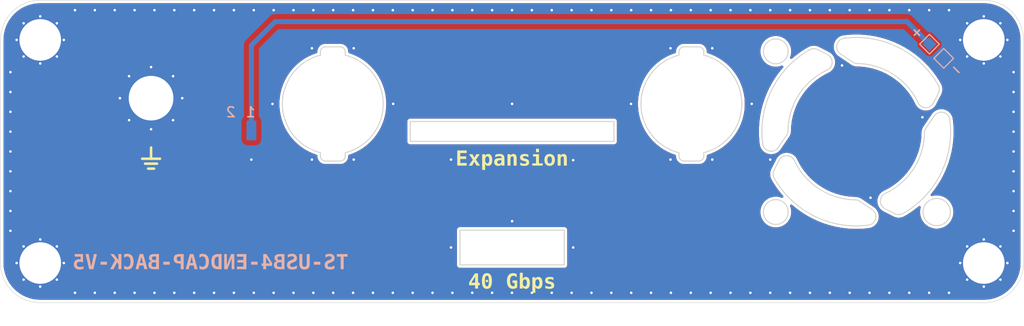
<source format=kicad_pcb>
(kicad_pcb (version 20241229) (generator "pcbnew") (generator_version "9.0")
  (layers (0 "F.Cu" signal) (2 "B.Cu" signal) (5 "F.SilkS" user "F.Silkscreen") (7 "B.SilkS" user "B.Silkscreen") (1 "F.Mask" user) (3 "B.Mask" user) (25 "Edge.Cuts" user))
  (net 0 "")
  (net 1 "GND")
  (net 2 "/VUSB")
  (footprint "ThunderScope:Mounting_Hole_#6" (layer "F.Cu") (at 104 116)
    (property "Reference" "H1" (hide yes))
    (property "Value" "MountingHole_Pad")
    (pad "1" thru_hole circle (at 0 0) (size 5.25 5.25) (drill 4.191) (layers "*.Cu" "*.Mask") (net 1 "GND"))
  )
  (footprint "ThunderScope:7792_PCB_Pads" (layer "F.Cu") (at 115.16 99.375)
    (property "Reference" "H5" (hide yes))
    (property "Value" "MountingHole_Pad")
    (pad "1" thru_hole circle (at 0 0) (size 8 8) (drill 4.5) (layers "*.Cu" "*.Mask") (net 1 "GND") (padstack (mode custom) (layer "B.Cu" (shape rect) (size 8 8))))
  )
  (footprint "ThunderScope:Mounting_Hole_#6" (layer "F.Cu") (at 104 93.5)
    (property "Reference" "H4" (hide yes))
    (property "Value" "MountingHole_Pad")
    (pad "1" thru_hole circle (at 0 0) (size 5.25 5.25) (drill 4.191) (layers "*.Cu" "*.Mask") (net 1 "GND"))
  )
  (footprint "ThunderScope:Mounting_Hole_#6" (layer "F.Cu") (at 199 93.5)
    (property "Reference" "H3" (hide yes))
    (property "Value" "MountingHole_Pad")
    (pad "1" thru_hole circle (at 0 0) (size 5.25 5.25) (drill 4.191) (layers "*.Cu" "*.Mask") (net 1 "GND"))
  )
  (footprint "ThunderScope:Mounting_Hole_#6" (layer "F.Cu") (at 199 116)
    (property "Reference" "H2" (hide yes))
    (property "Value" "MountingHole_Pad")
    (pad "1" thru_hole circle (at 0 0) (size 5.25 5.25) (drill 4.191) (layers "*.Cu" "*.Mask") (net 1 "GND"))
  )
  (footprint "ThunderScope:LaughingMan" (layer "B.Cu") (at 190.558482 95.836494 -167.5)
    (property "Reference" "REF**" (hide yes))
    (property "Value" "LaughingMan" (hide yes))
  )
  (footprint "ThunderScope:TestPoint_Pad_1.0x1.0mm" (layer "B.Cu") (at 194.967107 95.359643 -135)
    (property "Reference" "TP3" (hide yes))
    (property "Value" "TestPoint" (hide yes))
    (fp_line (start 0.7 0.7) (end 0.7 -0.7) (stroke (width 0.12)) (layer "B.SilkS"))
    (fp_line (start -0.7 0.7) (end 0.7 0.7) (stroke (width 0.12)) (layer "B.SilkS"))
    (fp_line (start 0.7 -0.7) (end -0.7 -0.7) (stroke (width 0.12)) (layer "B.SilkS"))
    (fp_line (start -0.7 -0.7) (end -0.7 0.7) (stroke (width 0.12)) (layer "B.SilkS"))
    (pad "1" smd rect (at 0 0 225) (size 1 1) (layers "B.Cu" "B.Mask") (net 1 "GND"))
  )
  (footprint "ThunderScope:009155002852006_PCB_Pads" (layer "B.Cu") (at 124.26 102.625 180)
    (property "Reference" "TP1" (hide yes))
    (property "Value" "009155002852006_PCB_Pads")
    (fp_text user "1" (at -1.5 1.25 0) (layer "B.SilkS") (effects (justify left bottom mirror)))
    (fp_text user "2" (at 0.5 1.25 0) (layer "B.SilkS") (effects (justify left bottom mirror)))
    (pad "1" smd roundrect (at -1 0 180) (size 1 2) (layers "B.Cu" "B.Mask") (roundrect_rratio 0.15) (net 2 "/VUSB"))
    (pad "2" smd roundrect (at 1 0 180) (size 1 2) (layers "B.Cu" "B.Mask") (roundrect_rratio 0.15) (net 1 "GND"))
  )
  (footprint "ThunderScope:TestPoint_Pad_1.0x1.0mm" (layer "B.Cu") (at 193.532107 93.929643 -135)
    (property "Reference" "TP2" (hide yes))
    (property "Value" "TestPoint" (hide yes))
    (fp_line (start 0.7 0.7) (end 0.7 -0.7) (stroke (width 0.12)) (layer "B.SilkS"))
    (fp_line (start -0.7 0.7) (end 0.7 0.7) (stroke (width 0.12)) (layer "B.SilkS"))
    (fp_line (start 0.7 -0.7) (end -0.7 -0.7) (stroke (width 0.12)) (layer "B.SilkS"))
    (fp_line (start -0.7 -0.7) (end -0.7 0.7) (stroke (width 0.12)) (layer "B.SilkS"))
    (pad "1" smd rect (at 0 0 225) (size 1 1) (layers "B.Cu" "B.Mask") (net 2 "/VUSB"))
  )
  (gr_line (start 114.56 105.98) (end 115.76 105.98) (stroke (width 0.254)) (layer "F.SilkS"))
  (gr_line (start 114.86 106.48) (end 115.46 106.48) (stroke (width 0.254)) (layer "F.SilkS"))
  (gr_line (start 115.16 105.48) (end 115.16 104.355) (stroke (width 0.254)) (layer "F.SilkS"))
  (gr_line (start 114.26 105.48) (end 116.06 105.48) (stroke (width 0.254)) (layer "F.SilkS"))
  (gr_line (start 184.568596 94.904105) (end 185.786776 95.731585) (stroke (width 0.1)) (layer "Edge.Cuts"))
  (gr_line (start 134.21 94.195) (end 132.71 94.195) (stroke (width 0.1)) (layer "Edge.Cuts"))
  (gr_arc (start 168.81 105.715) (mid 168.456447 105.568553) (end 168.31 105.215) (stroke (width 0.1)) (layer "Edge.Cuts"))
  (gr_arc (start 176.738243 103.971757) (mid 177.657405 98.517561) (end 181.458793 94.49978) (stroke (width 0.1)) (layer "Edge.Cuts"))
  (gr_arc (start 186.060469 109.629279) (mid 186.307777 109.669196) (end 186.533224 109.778415) (stroke (width 0.1)) (layer "Edge.Cuts"))
  (gr_line (start 203 116) (end 203 93.5) (stroke (width 0.05)) (layer "Edge.Cuts"))
  (gr_arc (start 179.285721 102.655469) (mid 180.383063 99.027719) (end 183.236103 96.532745) (stroke (width 0.1)) (layer "Edge.Cuts"))
  (gr_line (start 146.26 112.68) (end 156.76 112.68) (stroke (width 0.1)) (layer "Edge.Cuts"))
  (gr_arc (start 132.21 94.695) (mid 132.356447 94.341447) (end 132.71 94.195) (stroke (width 0.1)) (layer "Edge.Cuts"))
  (gr_arc (start 183.261026 94.981738) (mid 183.732153 95.764992) (end 183.236103 96.532745) (stroke (width 0.1)) (layer "Edge.Cuts"))
  (gr_line (start 156.76 116.18) (end 146.26 116.18) (stroke (width 0.1)) (layer "Edge.Cuts"))
  (gr_arc (start 168.31 94.695) (mid 168.456447 94.341447) (end 168.81 94.195) (stroke (width 0.1)) (layer "Edge.Cuts"))
  (gr_arc (start 194.010895 101.163596) (mid 194.92564 100.808764) (end 195.581757 101.538243) (stroke (width 0.1)) (layer "Edge.Cuts"))
  (gr_arc (start 177.90478 107.456207) (mid 177.791826 107.048821) (end 177.885821 106.636637) (stroke (width 0.1)) (layer "Edge.Cuts"))
  (gr_line (start 141.26 103.73) (end 161.76 103.73) (stroke (width 0.1)) (layer "Edge.Cuts"))
  (gr_arc (start 184.943243 93.333243) (mid 190.397439 94.252405) (end 194.41522 98.053793) (stroke (width 0.1)) (layer "Edge.Cuts"))
  (gr_line (start 132.71 105.715) (end 134.21 105.715) (stroke (width 0.1)) (layer "Edge.Cuts"))
  (gr_arc (start 194.41522 98.053793) (mid 194.528195 98.46119) (end 194.434179 98.873363) (stroke (width 0.1)) (layer "Edge.Cuts"))
  (gr_arc (start 134.71 105.215) (mid 134.563553 105.568553) (end 134.21 105.715) (stroke (width 0.1)) (layer "Edge.Cuts"))
  (gr_line (start 141.26 101.729999) (end 161.76 101.729999) (stroke (width 0.1)) (layer "Edge.Cuts"))
  (gr_arc (start 193.034279 102.854531) (mid 191.936937 106.482281) (end 189.083897 108.977255) (stroke (width 0.1)) (layer "Edge.Cuts"))
  (gr_arc (start 132.71 105.715) (mid 132.356447 105.568553) (end 132.21 105.215) (stroke (width 0.1)) (layer "Edge.Cuts"))
  (gr_line (start 194.010895 101.163596) (end 193.183415 102.381776) (stroke (width 0.1)) (layer "Edge.Cuts"))
  (gr_arc (start 186.060469 109.629279) (mid 182.432719 108.531937) (end 179.937745 105.678897) (stroke (width 0.1)) (layer "Edge.Cuts"))
  (gr_arc (start 193.933262 99.856026) (mid 193.150008 100.327098) (end 192.382255 99.831103) (stroke (width 0.1)) (layer "Edge.Cuts"))
  (gr_arc (start 186.259531 95.880721) (mid 186.012223 95.840804) (end 185.786776 95.731585) (stroke (width 0.1)) (layer "Edge.Cuts"))
  (gr_line (start 168.31 94.695) (end 168.31 95.036349) (stroke (width 0.1)) (layer "Edge.Cuts"))
  (gr_arc (start 193.034279 102.854531) (mid 193.074196 102.607223) (end 193.183415 102.381776) (stroke (width 0.1)) (layer "Edge.Cuts"))
  (gr_line (start 170.31 94.195) (end 168.81 94.195) (stroke (width 0.1)) (layer "Edge.Cuts"))
  (gr_line (start 156.76 112.68) (end 156.76 116.18) (stroke (width 0.1)) (layer "Edge.Cuts"))
  (gr_circle (center 178.06 110.855) (end 179.31 110.855) (stroke (width 0.1)) (fill no) (layer "Edge.Cuts"))
  (gr_line (start 199 89.5) (end 104 89.5) (stroke (width 0.05)) (layer "Edge.Cuts"))
  (gr_circle (center 194.26 110.855) (end 195.635 110.855) (stroke (width 0.1)) (fill no) (layer "Edge.Cuts"))
  (gr_arc (start 179.285721 102.655469) (mid 179.245804 102.902777) (end 179.136585 103.128224) (stroke (width 0.1)) (layer "Edge.Cuts"))
  (gr_line (start 168.81 105.715) (end 170.31 105.715) (stroke (width 0.1)) (layer "Edge.Cuts"))
  (gr_line (start 100 93.5) (end 100 116) (stroke (width 0.05)) (layer "Edge.Cuts"))
  (gr_arc (start 181.458793 94.49978) (mid 181.86619 94.386805) (end 182.278363 94.480821) (stroke (width 0.1)) (layer "Edge.Cuts"))
  (gr_line (start 134.71 105.215) (end 134.71 104.873651) (stroke (width 0.1)) (layer "Edge.Cuts"))
  (gr_arc (start 190.861207 111.01022) (mid 190.45381 111.123195) (end 190.041637 111.029179) (stroke (width 0.1)) (layer "Edge.Cuts"))
  (gr_arc (start 170.81 105.215) (mid 170.663553 105.568553) (end 170.31 105.715) (stroke (width 0.1)) (layer "Edge.Cuts"))
  (gr_arc (start 132.21 104.873651) (mid 128.385 99.955) (end 132.21 95.036349) (stroke (width 0.1)) (layer "Edge.Cuts"))
  (gr_line (start 132.21 94.695) (end 132.21 95.036349) (stroke (width 0.1)) (layer "Edge.Cuts"))
  (gr_arc (start 189.058974 110.528262) (mid 188.587847 109.745008) (end 189.083897 108.977255) (stroke (width 0.1)) (layer "Edge.Cuts"))
  (gr_line (start 193.933262 99.856026) (end 194.434179 98.873363) (stroke (width 0.1)) (layer "Edge.Cuts"))
  (gr_line (start 170.81 105.215) (end 170.81 104.873651) (stroke (width 0.1)) (layer "Edge.Cuts"))
  (gr_line (start 104 120) (end 199 120) (stroke (width 0.05)) (layer "Edge.Cuts"))
  (gr_arc (start 187.376757 112.176757) (mid 181.922561 111.257595) (end 177.90478 107.456207) (stroke (width 0.1)) (layer "Edge.Cuts"))
  (gr_line (start 189.058974 110.528262) (end 190.041637 111.029179) (stroke (width 0.1)) (layer "Edge.Cuts"))
  (gr_arc (start 168.31 104.873651) (mid 164.485 99.955) (end 168.31 95.036349) (stroke (width 0.1)) (layer "Edge.Cuts"))
  (gr_circle (center 178.06 94.655) (end 179.31 94.655) (stroke (width 0.1)) (fill no) (layer "Edge.Cuts"))
  (gr_line (start 187.751404 110.605895) (end 186.533224 109.778415) (stroke (width 0.1)) (layer "Edge.Cuts"))
  (gr_arc (start 134.21 94.195) (mid 134.563553 94.341447) (end 134.71 94.695) (stroke (width 0.1)) (layer "Edge.Cuts"))
  (gr_arc (start 195.581757 101.538243) (mid 194.662595 106.992439) (end 190.861207 111.01022) (stroke (width 0.1)) (layer "Edge.Cuts"))
  (gr_line (start 132.21 104.873651) (end 132.21 105.215) (stroke (width 0.1)) (layer "Edge.Cuts"))
  (gr_arc (start 187.751404 110.605895) (mid 188.106236 111.52064) (end 187.376757 112.176757) (stroke (width 0.1)) (layer "Edge.Cuts"))
  (gr_line (start 168.31 104.873651) (end 168.31 105.215) (stroke (width 0.1)) (layer "Edge.Cuts"))
  (gr_arc (start 199 89.5) (mid 201.828427 90.671573) (end 203 93.5) (stroke (width 0.05)) (layer "Edge.Cuts"))
  (gr_arc (start 100 93.5) (mid 101.171573 90.671573) (end 104 89.5) (stroke (width 0.05)) (layer "Edge.Cuts"))
  (gr_line (start 134.71 95.036349) (end 134.71 94.695) (stroke (width 0.1)) (layer "Edge.Cuts"))
  (gr_line (start 178.386738 105.653974) (end 177.885821 106.636637) (stroke (width 0.1)) (layer "Edge.Cuts"))
  (gr_arc (start 184.568596 94.904105) (mid 184.213764 93.98936) (end 184.943243 93.333243) (stroke (width 0.1)) (layer "Edge.Cuts"))
  (gr_arc (start 134.71 95.036349) (mid 138.535 99.955) (end 134.71 104.873651) (stroke (width 0.1)) (layer "Edge.Cuts"))
  (gr_arc (start 178.309105 104.346404) (mid 177.39436 104.701236) (end 176.738243 103.971757) (stroke (width 0.1)) (layer "Edge.Cuts"))
  (gr_line (start 141.26 103.73) (end 141.26 101.729999) (stroke (width 0.1)) (layer "Edge.Cuts"))
  (gr_arc (start 178.386738 105.653974) (mid 179.169992 105.182847) (end 179.937745 105.678897) (stroke (width 0.1)) (layer "Edge.Cuts"))
  (gr_line (start 170.81 95.036349) (end 170.81 94.695) (stroke (width 0.1)) (layer "Edge.Cuts"))
  (gr_line (start 182.278363 94.480821) (end 183.261026 94.981738) (stroke (width 0.1)) (layer "Edge.Cuts"))
  (gr_arc (start 203 116) (mid 201.828427 118.828427) (end 199 120) (stroke (width 0.05)) (layer "Edge.Cuts"))
  (gr_line (start 146.26 116.18) (end 146.26 112.68) (stroke (width 0.1)) (layer "Edge.Cuts"))
  (gr_line (start 179.136585 103.128224) (end 178.309105 104.346404) (stroke (width 0.1)) (layer "Edge.Cuts"))
  (gr_arc (start 170.31 94.195) (mid 170.663553 94.341447) (end 170.81 94.695) (stroke (width 0.1)) (layer "Edge.Cuts"))
  (gr_arc (start 186.259531 95.880721) (mid 189.887281 96.978063) (end 192.382255 99.831103) (stroke (width 0.1)) (layer "Edge.Cuts"))
  (gr_arc (start 104 120) (mid 101.171573 118.828427) (end 100 116) (stroke (width 0.05)) (layer "Edge.Cuts"))
  (gr_line (start 161.76 103.729999) (end 161.76 101.729999) (stroke (width 0.1)) (layer "Edge.Cuts"))
  (gr_arc (start 170.81 95.036349) (mid 174.635 99.955) (end 170.81 104.873651) (stroke (width 0.1)) (layer "Edge.Cuts"))
  (gr_text "Expansion" (at 151.5 104.675 0) (layer "F.SilkS") (effects (font (size 1.5 1.5) (thickness 0.252) (bold yes)) (justify top)))
  (gr_text "40 Gbps" (at 151.5 117.075 0) (layer "F.SilkS") (effects (font (size 1.5 1.5) (thickness 0.252) (bold yes)) (justify top)))
  (gr_text "-" (at 195.674214 96.06675 135) (layer "B.SilkS") (effects (font (size 1 1)) (justify right)))
  (gr_text "+" (at 192.825 93.222536 315) (layer "B.SilkS") (effects (font (size 1 1)) (justify right)))
  (gr_text "TS-USB4-ENDCAP-BACK-V5" (at 121.1375 116 0) (layer "B.SilkS") (effects (font (size 1.5 1.5) (thickness 0.3) (bold yes)) (justify mirror)))
  (via (at 133.5 119) (size 0.508) (drill 0.254) (layers "F.Cu" "B.Cu") (net 1))
  (via (at 131.5 90.5) (size 0.508) (drill 0.254) (layers "F.Cu" "B.Cu") (net 1))
  (via (at 202 106.75) (size 0.508) (drill 0.254) (layers "F.Cu" "B.Cu") (net 1))
  (via (at 117.37678 101.59178) (size 0.508) (drill 0.254) (layers "F.Cu" "B.Cu") (net 1))
  (via (at 107.5 90.5) (size 0.508) (drill 0.254) (layers "F.Cu" "B.Cu") (net 1))
  (via (at 202 96.75) (size 0.508) (drill 0.254) (layers "F.Cu" "B.Cu") (net 1))
  (via (at 191.5 119) (size 0.508) (drill 0.254) (layers "F.Cu" "B.Cu") (net 1))
  (via (at 171.5 90.5) (size 0.508) (drill 0.254) (layers "F.Cu" "B.Cu") (net 1))
  (via (at 101.625 116) (size 0.508) (drill 0.254) (layers "F.Cu" "B.Cu") (net 1))
  (via (at 155.5 90.5) (size 0.508) (drill 0.254) (layers "F.Cu" "B.Cu") (net 1))
  (via (at 171.66356 105.568549) (size 0.508) (drill 0.254) (layers "F.Cu" "B.Cu") (net 1))
  (via (at 137.5 90.5) (size 0.508) (drill 0.254) (layers "F.Cu" "B.Cu") (net 1))
  (via (at 101 102.75) (size 0.508) (drill 0.254) (layers "F.Cu" "B.Cu") (net 1))
  (via (at 101 104.75) (size 0.508) (drill 0.254) (layers "F.Cu" "B.Cu") (net 1))
  (via (at 129.5 119) (size 0.508) (drill 0.254) (layers "F.Cu" "B.Cu") (net 1))
  (via (at 127.5 90.5) (size 0.508) (drill 0.254) (layers "F.Cu" "B.Cu") (net 1))
  (via (at 113.5 90.5) (size 0.508) (drill 0.254) (layers "F.Cu" "B.Cu") (net 1))
  (via (at 202 102.75) (size 0.508) (drill 0.254) (layers "F.Cu" "B.Cu") (net 1))
  (via (at 197.325 95.175) (size 0.508) (drill 0.254) (layers "F.Cu" "B.Cu") (net 1))
  (via (at 187.5 90.5) (size 0.508) (drill 0.254) (layers "F.Cu" "B.Cu") (net 1))
  (via (at 115.5 90.5) (size 0.508) (drill 0.254) (layers "F.Cu" "B.Cu") (net 1))
  (via (at 101 100.75) (size 0.508) (drill 0.254) (layers "F.Cu" "B.Cu") (net 1))
  (via (at 139.5 119) (size 0.508) (drill 0.254) (layers "F.Cu" "B.Cu") (net 1))
  (via (at 173.5 90.5) (size 0.508) (drill 0.254) (layers "F.Cu" "B.Cu") (net 1))
  (via (at 199 91.125) (size 0.508) (drill 0.254) (layers "F.Cu" "B.Cu") (net 1))
  (via (at 200.675 91.825) (size 0.508) (drill 0.254) (layers "F.Cu" "B.Cu") (net 1))
  (via (at 175.5 119) (size 0.508) (drill 0.254) (layers "F.Cu" "B.Cu") (net 1))
  (via (at 185.5 119) (size 0.508) (drill 0.254) (layers "F.Cu" "B.Cu") (net 1))
  (via (at 157.66 114.43) (size 0.508) (drill 0.254) (layers "F.Cu" "B.Cu") (net 1))
  (via (at 106.375 116) (size 0.508) (drill 0.254) (layers "F.Cu" "B.Cu") (net 1))
  (via (at 196.625 116) (size 0.508) (drill 0.254) (layers "F.Cu" "B.Cu") (net 1))
  (via (at 111.5 90.5) (size 0.508) (drill 0.254) (layers "F.Cu" "B.Cu") (net 1))
  (via (at 139.535 99.946574) (size 0.508) (drill 0.254) (layers "F.Cu" "B.Cu") (net 1))
  (via (at 173.5 119) (size 0.508) (drill 0.254) (layers "F.Cu" "B.Cu") (net 1))
  (via (at 102.325 91.825) (size 0.508) (drill 0.254) (layers "F.Cu" "B.Cu") (net 1))
  (via (at 193.5 90.5) (size 0.508) (drill 0.254) (layers "F.Cu" "B.Cu") (net 1))
  (via (at 123.5 119) (size 0.508) (drill 0.254) (layers "F.Cu" "B.Cu") (net 1))
  (via (at 183.5 119) (size 0.508) (drill 0.254) (layers "F.Cu" "B.Cu") (net 1))
  (via (at 151.51 111.78) (size 0.508) (drill 0.254) (layers "F.Cu" "B.Cu") (net 1))
  (via (at 195.5 90.5) (size 0.508) (drill 0.254) (layers "F.Cu" "B.Cu") (net 1))
  (via (at 177.5 90.5) (size 0.508) (drill 0.254) (layers "F.Cu" "B.Cu") (net 1))
  (via (at 167.5 90.5) (size 0.508) (drill 0.254) (layers "F.Cu" "B.Cu") (net 1))
  (via (at 145.5 119) (size 0.508) (drill 0.254) (layers "F.Cu" "B.Cu") (net 1))
  (via (at 121.5 90.5) (size 0.508) (drill 0.254) (layers "F.Cu" "B.Cu") (net 1))
  (via (at 121.5 119) (size 0.508) (drill 0.254) (layers "F.Cu" "B.Cu") (net 1))
  (via (at 151.51 99.95) (size 0.508) (drill 0.254) (layers "F.Cu" "B.Cu") (net 1))
  (via (at 167.45645 105.568549) (size 0.508) (drill 0.254) (layers "F.Cu" "B.Cu") (net 1))
  (via (at 133.5 90.5) (size 0.508) (drill 0.254) (layers "F.Cu" "B.Cu") (net 1))
  (via (at 117.5 119) (size 0.508) (drill 0.254) (layers "F.Cu" "B.Cu") (net 1))
  (via (at 181.5 119) (size 0.508) (drill 0.254) (layers "F.Cu" "B.Cu") (net 1))
  (via (at 167.456454 94.341443) (size 0.508) (drill 0.254) (layers "F.Cu" "B.Cu") (net 1))
  (via (at 127.5 119) (size 0.508) (drill 0.254) (layers "F.Cu" "B.Cu") (net 1))
  (via (at 139.5 90.5) (size 0.508) (drill 0.254) (layers "F.Cu" "B.Cu") (net 1))
  (via (at 167.5 119) (size 0.508) (drill 0.254) (layers "F.Cu" "B.Cu") (net 1))
  (via (at 123.5 90.5) (size 0.508) (drill 0.254) (layers "F.Cu" "B.Cu") (net 1))
  (via (at 113.5 119) (size 0.508) (drill 0.254) (layers "F.Cu" "B.Cu") (net 1))
  (via (at 104 95.875) (size 0.508) (drill 0.254) (layers "F.Cu" "B.Cu") (net 1))
  (via (at 101 106.75) (size 0.508) (drill 0.254) (layers "F.Cu" "B.Cu") (net 1))
  (via (at 112.025 99.375) (size 0.508) (drill 0.254) (layers "F.Cu" "B.Cu") (net 1))
  (via (at 159.5 119) (size 0.508) (drill 0.254) (layers "F.Cu" "B.Cu") (net 1))
  (via (at 149.5 119) (size 0.508) (drill 0.254) (layers "F.Cu" "B.Cu") (net 1))
  (via (at 105.675 95.175) (size 0.508) (drill 0.254) (layers "F.Cu" "B.Cu") (net 1))
  (via (at 117.5 90.5) (size 0.508) (drill 0.254) (layers "F.Cu" "B.Cu") (net 1))
  (via (at 197.325 114.325) (size 0.508) (drill 0.254) (layers "F.Cu" "B.Cu") (net 1))
  (via (at 107.5 119) (size 0.508) (drill 0.254) (layers "F.Cu" "B.Cu") (net 1))
  (via (at 169.5 119) (size 0.508) (drill 0.254) (layers "F.Cu" "B.Cu") (net 1))
  (via (at 135.5 90.5) (size 0.508) (drill 0.254) (layers "F.Cu" "B.Cu") (net 1))
  (via (at 149.5 90.5) (size 0.508) (drill 0.254) (layers "F.Cu" "B.Cu") (net 1))
  (via (at 141.5 119) (size 0.508) (drill 0.254) (layers "F.Cu" "B.Cu") (net 1))
  (via (at 135.563553 94.34144) (size 0.508) (drill 0.254) (layers "F.Cu" "B.Cu") (net 1))
  (via (at 197.325 91.825) (size 0.508) (drill 0.254) (layers "F.Cu" "B.Cu") (net 1))
  (via (at 161.5 90.5) (size 0.508) (drill 0.254) (layers "F.Cu" "B.Cu") (net 1))
  (via (at 159.5 90.5) (size 0.508) (drill 0.254) (layers "F.Cu" "B.Cu") (net 1))
  (via (at 199 113.625) (size 0.508) (drill 0.254) (layers "F.Cu" "B.Cu") (net 1))
  (via (at 185.5 90.5) (size 0.508) (drill 0.254) (layers "F.Cu" "B.Cu") (net 1))
  (via (at 163.5 119) (size 0.508) (drill 0.254) (layers "F.Cu" "B.Cu") (net 1))
  (via (at 202 110.75) (size 0.508) (drill 0.254) (layers "F.Cu" "B.Cu") (net 1))
  (via (at 195.5 119) (size 0.508) (drill 0.254) (layers "F.Cu" "B.Cu") (net 1))
  (via (at 102.325 114.325) (size 0.508) (drill 0.254) (layers "F.Cu" "B.Cu") (net 1))
  (via (at 161.5 119) (size 0.508) (drill 0.254) (layers "F.Cu" "B.Cu") (net 1))
  (via (at 101 98.75) (size 0.508) (drill 0.254) (layers "F.Cu" "B.Cu") (net 1))
  (via (at 105.675 117.675) (size 0.508) (drill 0.254) (layers "F.Cu" "B.Cu") (net 1))
  (via (at 202 108.75) (size 0.508) (drill 0.254) (layers "F.Cu" "B.Cu") (net 1))
  (via (at 112.94322 101.59178) (size 0.508) (drill 0.254) (layers "F.Cu" "B.Cu") (net 1))
  (via (at 157.5 119) (size 0.508) (drill 0.254) (layers "F.Cu" "B.Cu") (net 1))
  (via (at 184.725 96.075) (size 0.508) (drill 0.254) (layers "F.Cu" "B.Cu") (net 1))
  (via (at 102.325 117.675) (size 0.508) (drill 0.254) (layers "F.Cu" "B.Cu") (net 1))
  (via (at 202 104.75) (size 0.508) (drill 0.254) (layers "F.Cu" "B.Cu") (net 1))
  (via (at 165.5 119) (size 0.508) (drill 0.254) (layers "F.Cu" "B.Cu") (net 1))
  (via (at 175.635 99.946574) (size 0.508) (drill 0.254) (layers "F.Cu" "B.Cu") (net 1))
  (via (at 153.5 119) (size 0.508) (drill 0.254) (layers "F.Cu" "B.Cu") (net 1))
  (via (at 129.5 90.5) (size 0.508) (drill 0.254) (layers "F.Cu" "B.Cu") (net 1))
  (via (at 189.5 90.5) (size 0.508) (drill 0.254) (layers "F.Cu" "B.Cu") (net 1))
  (via (at 197.325 117.675) (size 0.508) (drill 0.254) (layers "F.Cu" "B.Cu") (net 1))
  (via (at 200.675 114.325) (size 0.508) (drill 0.254) (layers "F.Cu" "B.Cu") (net 1))
  (via (at 202 112.75) (size 0.508) (drill 0.254) (layers "F.Cu" "B.Cu") (net 1))
  (via (at 101.625 93.5) (size 0.508) (drill 0.254) (layers "F.Cu" "B.Cu") (net 1))
  (via (at 119.5 119) (size 0.508) (drill 0.254) (layers "F.Cu" "B.Cu") (net 1))
  (via (at 102.325 95.175) (size 0.508) (drill 0.254) (layers "F.Cu" "B.Cu") (net 1))
  (via (at 105.675 91.825) (size 0.508) (drill 0.254) (layers "F.Cu" "B.Cu") (net 1))
  (via (at 115.5 119) (size 0.508) (drill 0.254) (layers "F.Cu" "B.Cu") (net 1))
  (via (at 109.5 119) (size 0.508) (drill 0.254) (layers "F.Cu" "B.Cu") (net 1))
  (via (at 135.5 119) (size 0.508) (drill 0.254) (layers "F.Cu" "B.Cu") (net 1))
  (via (at 151.5 119) (size 0.508) (drill 0.254) (layers "F.Cu" "B.Cu") (net 1))
  (via (at 199 95.875) (size 0.508) (drill 0.254) (layers "F.Cu" "B.Cu") (net 1))
  (via (at 101 96.75) (size 0.508) (drill 0.254) (layers "F.Cu" "B.Cu") (net 1))
  (via (at 109.5 90.5) (size 0.508) (drill 0.254) (layers "F.Cu" "B.Cu") (net 1))
  (via (at 131.35645 105.568549) (size 0.508) (drill 0.254) (layers "F.Cu" "B.Cu") (net 1))
  (via (at 112.94322 97.15822) (size 0.508) (drill 0.254) (layers "F.Cu" "B.Cu") (net 1))
  (via (at 147.5 119) (size 0.508) (drill 0.254) (layers "F.Cu" "B.Cu") (net 1))
  (via (at 202 98.75) (size 0.508) (drill 0.254) (layers "F.Cu" "B.Cu") (net 1))
  (via (at 157.66 105.625) (size 0.508) (drill 0.254) (layers "F.Cu" "B.Cu") (net 1))
  (via (at 135.56356 105.568549) (size 0.508) (drill 0.254) (layers "F.Cu" "B.Cu") (net 1))
  (via (at 187.5 119) (size 0.508) (drill 0.254) (layers "F.Cu" "B.Cu") (net 1))
  (via (at 200.675 95.175) (size 0.508) (drill 0.254) (layers "F.Cu" "B.Cu") (net 1))
  (via (at 171.663553 94.34144) (size 0.508) (drill 0.254) (layers "F.Cu" "B.Cu") (net 1))
  (via (at 131.5 119) (size 0.508) (drill 0.254) (layers "F.Cu" "B.Cu") (net 1))
  (via (at 151.5 90.5) (size 0.508) (drill 0.254) (layers "F.Cu" "B.Cu") (net 1))
  (via (at 187.595 109.414223) (size 0.508) (drill 0.254) (layers "F.Cu" "B.Cu") (net 1))
  (via (at 192.819223 101.299223) (size 0.508) (drill 0.254) (layers "F.Cu" "B.Cu") (net 1))
  (via (at 147.5 90.5) (size 0.508) (drill 0.254) (layers "F.Cu" "B.Cu") (net 1))
  (via (at 111.5 119) (size 0.508) (drill 0.254) (layers "F.Cu" "B.Cu") (net 1))
  (via (at 155.5 119) (size 0.508) (drill 0.254) (layers "F.Cu" "B.Cu") (net 1))
  (via (at 141.5 90.5) (size 0.508) (drill 0.254) (layers "F.Cu" "B.Cu") (net 1))
  (via (at 125.5 119) (size 0.508) (drill 0.254) (layers "F.Cu" "B.Cu") (net 1))
  (via (at 191.5 90.5) (size 0.508) (drill 0.254) (layers "F.Cu" "B.Cu") (net 1))
  (via (at 179.5 90.5) (size 0.508) (drill 0.254) (layers "F.Cu" "B.Cu") (net 1))
  (via (at 127.385008 99.955003) (size 0.508) (drill 0.254) (layers "F.Cu" "B.Cu") (net 1))
  (via (at 196.625 93.5) (size 0.508) (drill 0.254) (layers "F.Cu" "B.Cu") (net 1))
  (via (at 193.5 119) (size 0.508) (drill 0.254) (layers "F.Cu" "B.Cu") (net 1))
  (via (at 181.5 90.5) (size 0.508) (drill 0.254) (layers "F.Cu" "B.Cu") (net 1))
  (via (at 202 100.75) (size 0.508) (drill 0.254) (layers "F.Cu" "B.Cu") (net 1))
  (via (at 137.5 119) (size 0.508) (drill 0.254) (layers "F.Cu" "B.Cu") (net 1))
  (via (at 153.5 90.5) (size 0.508) (drill 0.254) (layers "F.Cu" "B.Cu") (net 1))
  (via (at 163.5 90.5) (size 0.508) (drill 0.254) (layers "F.Cu" "B.Cu") (net 1))
  (via (at 175.5 90.5) (size 0.508) (drill 0.254) (layers "F.Cu" "B.Cu") (net 1))
  (via (at 119.5 90.5) (size 0.508) (drill 0.254) (layers "F.Cu" "B.Cu") (net 1))
  (via (at 104 91.125) (size 0.508) (drill 0.254) (layers "F.Cu" "B.Cu") (net 1))
  (via (at 106.375 93.5) (size 0.508) (drill 0.254) (layers "F.Cu" "B.Cu") (net 1))
  (via (at 201.375 93.5) (size 0.508) (drill 0.254) (layers "F.Cu" "B.Cu") (net 1))
  (via (at 101 108.75) (size 0.508) (drill 0.254) (layers "F.Cu" "B.Cu") (net 1))
  (via (at 105.675 114.325) (size 0.508) (drill 0.254) (layers "F.Cu" "B.Cu") (net 1))
  (via (at 199 118.375) (size 0.508) (drill 0.254) (layers "F.Cu" "B.Cu") (net 1))
  (via (at 177.5 105.568549) (size 0.508) (drill 0.254) (layers "F.Cu" "B.Cu") (net 1))
  (via (at 115.16 102.51) (size 0.508) (drill 0.254) (layers "F.Cu" "B.Cu") (net 1))
  (via (at 189.5 119) (size 0.508) (drill 0.254) (layers "F.Cu" "B.Cu") (net 1))
  (via (at 163.485008 99.955003) (size 0.508) (drill 0.254) (layers "F.Cu" "B.Cu") (net 1))
  (via (at 145.36 114.43) (size 0.508) (drill 0.254) (layers "F.Cu" "B.Cu") (net 1))
  (via (at 101 110.75) (size 0.508) (drill 0.254) (layers "F.Cu" "B.Cu") (net 1))
  (via (at 117.37678 97.15822) (size 0.508) (drill 0.254) (layers "F.Cu" "B.Cu") (net 1))
  (via (at 131.356454 94.341443) (size 0.508) (drill 0.254) (layers "F.Cu" "B.Cu") (net 1))
  (via (at 177.5 119) (size 0.508) (drill 0.254) (layers "F.Cu" "B.Cu") (net 1))
  (via (at 165.5 90.5) (size 0.508) (drill 0.254) (layers "F.Cu" "B.Cu") (net 1))
  (via (at 145.36 105.568549) (size 0.508) (drill 0.254) (layers "F.Cu" "B.Cu") (net 1))
  (via (at 201.375 116) (size 0.508) (drill 0.254) (layers "F.Cu" "B.Cu") (net 1))
  (via (at 171.5 119) (size 0.508) (drill 0.254) (layers "F.Cu" "B.Cu") (net 1))
  (via (at 118.295 99.375) (size 0.508) (drill 0.254) (layers "F.Cu" "B.Cu") (net 1))
  (via (at 157.5 90.5) (size 0.508) (drill 0.254) (layers "F.Cu" "B.Cu") (net 1))
  (via (at 143.5 90.5) (size 0.508) (drill 0.254) (layers "F.Cu" "B.Cu") (net 1))
  (via (at 125.26 105.568549) (size 0.508) (drill 0.254) (layers "F.Cu" "B.Cu") (net 1))
  (via (at 101 112.75) (size 0.508) (drill 0.254) (layers "F.Cu" "B.Cu") (net 1))
  (via (at 104 118.375) (size 0.508) (drill 0.254) (layers "F.Cu" "B.Cu") (net 1))
  (via (at 115.16 96.24) (size 0.508) (drill 0.254) (layers "F.Cu" "B.Cu") (net 1))
  (via (at 104 113.625) (size 0.508) (drill 0.254) (layers "F.Cu" "B.Cu") (net 1))
  (via (at 143.5 119) (size 0.508) (drill 0.254) (layers "F.Cu" "B.Cu") (net 1))
  (via (at 125.5 90.5) (size 0.508) (drill 0.254) (layers "F.Cu" "B.Cu") (net 1))
  (via (at 179.5 119) (size 0.508) (drill 0.254) (layers "F.Cu" "B.Cu") (net 1))
  (via (at 169.5 90.5) (size 0.508) (drill 0.254) (layers "F.Cu" "B.Cu") (net 1))
  (via (at 200.675 117.675) (size 0.508) (drill 0.254) (layers "F.Cu" "B.Cu") (net 1))
  (via (at 183.5 90.5) (size 0.508) (drill 0.254) (layers "F.Cu" "B.Cu") (net 1))
  (via (at 145.5 90.5) (size 0.508) (drill 0.254) (layers "F.Cu" "B.Cu") (net 1))
  (segment (start 191.252464 91.65) (end 193.532107 93.929643) (width 0.5) (layer "B.Cu") (net 2))
  (segment (start 127.65 91.65) (end 125.26 94.04) (width 0.5) (layer "B.Cu") (net 2))
  (segment (start 125.26 94.04) (end 125.26 102.625) (width 0.5) (layer "B.Cu") (net 2))
  (segment (start 127.65 91.65) (end 191.252464 91.65) (width 0.5) (layer "B.Cu") (net 2))
  (zone (net 1) (net_name "GND") (layers "F.Cu" "B.Cu") (connect_pads yes (clearance 0.5)) (min_thickness 0.25) (fill yes (thermal_gap 0.5) (thermal_bridge_width 0.5) (island_removal_mode 1) (island_area_min 10))
    (polygon (pts (xy 100 120) (xy 100 89.5) (xy 203 89.5) (xy 203 120)))
  )
)
</source>
